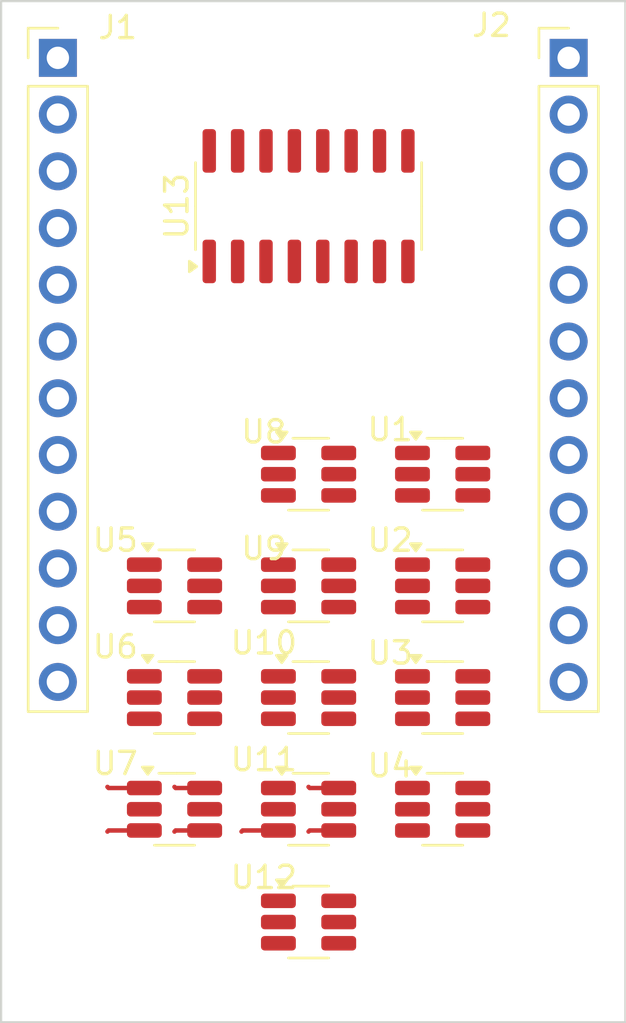
<source format=kicad_pcb>
(kicad_pcb (version 20240108) (generator "pcbnew") (generator_version "8.0")
  (layers (0 "F.Cu" signal) (1 "In1.Cu" signal) (2 "In2.Cu" signal) (31 "B.Cu" signal) (34 "B.Paste" user) (35 "F.Paste" user) (36 "B.SilkS" user "B.Silkscreen") (37 "F.SilkS" user "F.Silkscreen") (38 "B.Mask" user) (39 "F.Mask" user) (44 "Edge.Cuts" user))
  (net 0 "")
  (net 1 "VDD")
  (net 2 "GND")
  (net 27 "~{A}{slash}B")
  (net 28 "CLKP")
  (net 29 "~{RESET}")
  (net 30 "DS0_IN")
  (net 31 "DS0_OUT")
  (net 32 "DS1_OUT")
  (net 33 "DS1_IN")
  (net 34 "DS2_OUT")
  (net 35 "DS2_IN")
  (net 36 "DS3_OUT")
  (net 37 "DS3_IN")
  (net 38 "BOTTOM")
  (net 39 "DS0_CLKP")
  (net 40 "DS1_CLKP")
  (net 41 "DS2_CLKP")
  (net 42 "DS3_CLKP")
  (net 43 "DS0CLK_EN")
  (net 44 "DS1CLK_EN")
  (net 45 "DS2CLK_EN")
  (net 46 "DS3CLK_EN")
  (net 47 "DS4_CLKP")
  (net 48 "DS4CLK_EN")
  (footprint "Connector_PinHeader_2.54mm:PinHeader_1x12_P2.54mm_Vertical" (layer "F.Cu") (at 144.78 86.36)
    (property "Reference" "J1" (at 2.68 -1.36 0) (layer "F.SilkS"))
    (property "Value" "Conn_01x12" (hide yes))
    (fp_line (start -1.33 -1.33) (end 0 -1.33) (stroke (width 0.12)) (layer "F.SilkS"))
    (fp_line (start -1.33 0) (end -1.33 -1.33) (stroke (width 0.12)) (layer "F.SilkS"))
    (fp_line (start -1.33 1.27) (end -1.33 29.27) (stroke (width 0.12)) (layer "F.SilkS"))
    (fp_line (start -1.33 1.27) (end 1.33 1.27) (stroke (width 0.12)) (layer "F.SilkS"))
    (fp_line (start -1.33 29.27) (end 1.33 29.27) (stroke (width 0.12)) (layer "F.SilkS"))
    (fp_line (start 1.33 1.27) (end 1.33 29.27) (stroke (width 0.12)) (layer "F.SilkS"))
    (pad "1" thru_hole rect (at 0 0) (size 1.7 1.7) (drill 1) (layers "*.Cu" "*.Mask" "In1.Cu" "In2.Cu" "In3.Cu" "In4.Cu" "In5.Cu" "In6.Cu" "In7.Cu" "In8.Cu" "In9.Cu" "In10.Cu" "In11.Cu" "In12.Cu" "In13.Cu" "In14.Cu" "In15.Cu" "In16.Cu" "In17.Cu" "In18.Cu" "In19.Cu" "In20.Cu" "In21.Cu" "In22.Cu" "In23.Cu" "In24.Cu" "In25.Cu" "In26.Cu" "In27.Cu" "In28.Cu" "In29.Cu" "In30.Cu"))
    (pad "2" thru_hole oval (at 0 2.54) (size 1.7 1.7) (drill 1) (layers "*.Cu" "*.Mask" "In1.Cu" "In2.Cu" "In3.Cu" "In4.Cu" "In5.Cu" "In6.Cu" "In7.Cu" "In8.Cu" "In9.Cu" "In10.Cu" "In11.Cu" "In12.Cu" "In13.Cu" "In14.Cu" "In15.Cu" "In16.Cu" "In17.Cu" "In18.Cu" "In19.Cu" "In20.Cu" "In21.Cu" "In22.Cu" "In23.Cu" "In24.Cu" "In25.Cu" "In26.Cu" "In27.Cu" "In28.Cu" "In29.Cu" "In30.Cu"))
    (pad "3" thru_hole oval (at 0 5.08) (size 1.7 1.7) (drill 1) (layers "*.Cu" "*.Mask" "In1.Cu" "In2.Cu" "In3.Cu" "In4.Cu" "In5.Cu" "In6.Cu" "In7.Cu" "In8.Cu" "In9.Cu" "In10.Cu" "In11.Cu" "In12.Cu" "In13.Cu" "In14.Cu" "In15.Cu" "In16.Cu" "In17.Cu" "In18.Cu" "In19.Cu" "In20.Cu" "In21.Cu" "In22.Cu" "In23.Cu" "In24.Cu" "In25.Cu" "In26.Cu" "In27.Cu" "In28.Cu" "In29.Cu" "In30.Cu"))
    (pad "4" thru_hole oval (at 0 7.62) (size 1.7 1.7) (drill 1) (layers "*.Cu" "*.Mask" "In1.Cu" "In2.Cu" "In3.Cu" "In4.Cu" "In5.Cu" "In6.Cu" "In7.Cu" "In8.Cu" "In9.Cu" "In10.Cu" "In11.Cu" "In12.Cu" "In13.Cu" "In14.Cu" "In15.Cu" "In16.Cu" "In17.Cu" "In18.Cu" "In19.Cu" "In20.Cu" "In21.Cu" "In22.Cu" "In23.Cu" "In24.Cu" "In25.Cu" "In26.Cu" "In27.Cu" "In28.Cu" "In29.Cu" "In30.Cu"))
    (pad "5" thru_hole oval (at 0 10.16) (size 1.7 1.7) (drill 1) (layers "*.Cu" "*.Mask" "In1.Cu" "In2.Cu" "In3.Cu" "In4.Cu" "In5.Cu" "In6.Cu" "In7.Cu" "In8.Cu" "In9.Cu" "In10.Cu" "In11.Cu" "In12.Cu" "In13.Cu" "In14.Cu" "In15.Cu" "In16.Cu" "In17.Cu" "In18.Cu" "In19.Cu" "In20.Cu" "In21.Cu" "In22.Cu" "In23.Cu" "In24.Cu" "In25.Cu" "In26.Cu" "In27.Cu" "In28.Cu" "In29.Cu" "In30.Cu"))
    (pad "6" thru_hole oval (at 0 12.7) (size 1.7 1.7) (drill 1) (layers "*.Cu" "*.Mask" "In1.Cu" "In2.Cu" "In3.Cu" "In4.Cu" "In5.Cu" "In6.Cu" "In7.Cu" "In8.Cu" "In9.Cu" "In10.Cu" "In11.Cu" "In12.Cu" "In13.Cu" "In14.Cu" "In15.Cu" "In16.Cu" "In17.Cu" "In18.Cu" "In19.Cu" "In20.Cu" "In21.Cu" "In22.Cu" "In23.Cu" "In24.Cu" "In25.Cu" "In26.Cu" "In27.Cu" "In28.Cu" "In29.Cu" "In30.Cu"))
    (pad "7" thru_hole oval (at 0 15.24) (size 1.7 1.7) (drill 1) (layers "*.Cu" "*.Mask" "In1.Cu" "In2.Cu" "In3.Cu" "In4.Cu" "In5.Cu" "In6.Cu" "In7.Cu" "In8.Cu" "In9.Cu" "In10.Cu" "In11.Cu" "In12.Cu" "In13.Cu" "In14.Cu" "In15.Cu" "In16.Cu" "In17.Cu" "In18.Cu" "In19.Cu" "In20.Cu" "In21.Cu" "In22.Cu" "In23.Cu" "In24.Cu" "In25.Cu" "In26.Cu" "In27.Cu" "In28.Cu" "In29.Cu" "In30.Cu"))
    (pad "8" thru_hole oval (at 0 17.78) (size 1.7 1.7) (drill 1) (layers "*.Cu" "*.Mask" "In1.Cu" "In2.Cu" "In3.Cu" "In4.Cu" "In5.Cu" "In6.Cu" "In7.Cu" "In8.Cu" "In9.Cu" "In10.Cu" "In11.Cu" "In12.Cu" "In13.Cu" "In14.Cu" "In15.Cu" "In16.Cu" "In17.Cu" "In18.Cu" "In19.Cu" "In20.Cu" "In21.Cu" "In22.Cu" "In23.Cu" "In24.Cu" "In25.Cu" "In26.Cu" "In27.Cu" "In28.Cu" "In29.Cu" "In30.Cu"))
    (pad "9" thru_hole oval (at 0 20.32) (size 1.7 1.7) (drill 1) (layers "*.Cu" "*.Mask" "In1.Cu" "In2.Cu" "In3.Cu" "In4.Cu" "In5.Cu" "In6.Cu" "In7.Cu" "In8.Cu" "In9.Cu" "In10.Cu" "In11.Cu" "In12.Cu" "In13.Cu" "In14.Cu" "In15.Cu" "In16.Cu" "In17.Cu" "In18.Cu" "In19.Cu" "In20.Cu" "In21.Cu" "In22.Cu" "In23.Cu" "In24.Cu" "In25.Cu" "In26.Cu" "In27.Cu" "In28.Cu" "In29.Cu" "In30.Cu"))
    (pad "10" thru_hole oval (at 0 22.86) (size 1.7 1.7) (drill 1) (layers "*.Cu" "*.Mask" "In1.Cu" "In2.Cu" "In3.Cu" "In4.Cu" "In5.Cu" "In6.Cu" "In7.Cu" "In8.Cu" "In9.Cu" "In10.Cu" "In11.Cu" "In12.Cu" "In13.Cu" "In14.Cu" "In15.Cu" "In16.Cu" "In17.Cu" "In18.Cu" "In19.Cu" "In20.Cu" "In21.Cu" "In22.Cu" "In23.Cu" "In24.Cu" "In25.Cu" "In26.Cu" "In27.Cu" "In28.Cu" "In29.Cu" "In30.Cu"))
    (pad "11" thru_hole oval (at 0 25.4) (size 1.7 1.7) (drill 1) (layers "*.Cu" "*.Mask" "In1.Cu" "In2.Cu" "In3.Cu" "In4.Cu" "In5.Cu" "In6.Cu" "In7.Cu" "In8.Cu" "In9.Cu" "In10.Cu" "In11.Cu" "In12.Cu" "In13.Cu" "In14.Cu" "In15.Cu" "In16.Cu" "In17.Cu" "In18.Cu" "In19.Cu" "In20.Cu" "In21.Cu" "In22.Cu" "In23.Cu" "In24.Cu" "In25.Cu" "In26.Cu" "In27.Cu" "In28.Cu" "In29.Cu" "In30.Cu"))
    (pad "12" thru_hole oval (at 0 27.94) (size 1.7 1.7) (drill 1) (layers "*.Cu" "*.Mask" "In1.Cu" "In2.Cu" "In3.Cu" "In4.Cu" "In5.Cu" "In6.Cu" "In7.Cu" "In8.Cu" "In9.Cu" "In10.Cu" "In11.Cu" "In12.Cu" "In13.Cu" "In14.Cu" "In15.Cu" "In16.Cu" "In17.Cu" "In18.Cu" "In19.Cu" "In20.Cu" "In21.Cu" "In22.Cu" "In23.Cu" "In24.Cu" "In25.Cu" "In26.Cu" "In27.Cu" "In28.Cu" "In29.Cu" "In30.Cu"))
  )
  (footprint "Connector_PinHeader_2.54mm:PinHeader_1x12_P2.54mm_Vertical" (layer "F.Cu") (at 167.64 86.36)
    (property "Reference" "J2" (at -3.45 -1.46 0) (layer "F.SilkS"))
    (property "Value" "Conn_01x12" (hide yes))
    (fp_line (start -1.33 -1.33) (end 0 -1.33) (stroke (width 0.12)) (layer "F.SilkS"))
    (fp_line (start -1.33 0) (end -1.33 -1.33) (stroke (width 0.12)) (layer "F.SilkS"))
    (fp_line (start -1.33 1.27) (end -1.33 29.27) (stroke (width 0.12)) (layer "F.SilkS"))
    (fp_line (start -1.33 1.27) (end 1.33 1.27) (stroke (width 0.12)) (layer "F.SilkS"))
    (fp_line (start -1.33 29.27) (end 1.33 29.27) (stroke (width 0.12)) (layer "F.SilkS"))
    (fp_line (start 1.33 1.27) (end 1.33 29.27) (stroke (width 0.12)) (layer "F.SilkS"))
    (pad "1" thru_hole rect (at 0 0) (size 1.7 1.7) (drill 1) (layers "*.Cu" "*.Mask" "In1.Cu" "In2.Cu" "In3.Cu" "In4.Cu" "In5.Cu" "In6.Cu" "In7.Cu" "In8.Cu" "In9.Cu" "In10.Cu" "In11.Cu" "In12.Cu" "In13.Cu" "In14.Cu" "In15.Cu" "In16.Cu" "In17.Cu" "In18.Cu" "In19.Cu" "In20.Cu" "In21.Cu" "In22.Cu" "In23.Cu" "In24.Cu" "In25.Cu" "In26.Cu" "In27.Cu" "In28.Cu" "In29.Cu" "In30.Cu"))
    (pad "2" thru_hole oval (at 0 2.54) (size 1.7 1.7) (drill 1) (layers "*.Cu" "*.Mask" "In1.Cu" "In2.Cu" "In3.Cu" "In4.Cu" "In5.Cu" "In6.Cu" "In7.Cu" "In8.Cu" "In9.Cu" "In10.Cu" "In11.Cu" "In12.Cu" "In13.Cu" "In14.Cu" "In15.Cu" "In16.Cu" "In17.Cu" "In18.Cu" "In19.Cu" "In20.Cu" "In21.Cu" "In22.Cu" "In23.Cu" "In24.Cu" "In25.Cu" "In26.Cu" "In27.Cu" "In28.Cu" "In29.Cu" "In30.Cu"))
    (pad "3" thru_hole oval (at 0 5.08) (size 1.7 1.7) (drill 1) (layers "*.Cu" "*.Mask" "In1.Cu" "In2.Cu" "In3.Cu" "In4.Cu" "In5.Cu" "In6.Cu" "In7.Cu" "In8.Cu" "In9.Cu" "In10.Cu" "In11.Cu" "In12.Cu" "In13.Cu" "In14.Cu" "In15.Cu" "In16.Cu" "In17.Cu" "In18.Cu" "In19.Cu" "In20.Cu" "In21.Cu" "In22.Cu" "In23.Cu" "In24.Cu" "In25.Cu" "In26.Cu" "In27.Cu" "In28.Cu" "In29.Cu" "In30.Cu"))
    (pad "4" thru_hole oval (at 0 7.62) (size 1.7 1.7) (drill 1) (layers "*.Cu" "*.Mask" "In1.Cu" "In2.Cu" "In3.Cu" "In4.Cu" "In5.Cu" "In6.Cu" "In7.Cu" "In8.Cu" "In9.Cu" "In10.Cu" "In11.Cu" "In12.Cu" "In13.Cu" "In14.Cu" "In15.Cu" "In16.Cu" "In17.Cu" "In18.Cu" "In19.Cu" "In20.Cu" "In21.Cu" "In22.Cu" "In23.Cu" "In24.Cu" "In25.Cu" "In26.Cu" "In27.Cu" "In28.Cu" "In29.Cu" "In30.Cu"))
    (pad "5" thru_hole oval (at 0 10.16) (size 1.7 1.7) (drill 1) (layers "*.Cu" "*.Mask" "In1.Cu" "In2.Cu" "In3.Cu" "In4.Cu" "In5.Cu" "In6.Cu" "In7.Cu" "In8.Cu" "In9.Cu" "In10.Cu" "In11.Cu" "In12.Cu" "In13.Cu" "In14.Cu" "In15.Cu" "In16.Cu" "In17.Cu" "In18.Cu" "In19.Cu" "In20.Cu" "In21.Cu" "In22.Cu" "In23.Cu" "In24.Cu" "In25.Cu" "In26.Cu" "In27.Cu" "In28.Cu" "In29.Cu" "In30.Cu"))
    (pad "6" thru_hole oval (at 0 12.7) (size 1.7 1.7) (drill 1) (layers "*.Cu" "*.Mask" "In1.Cu" "In2.Cu" "In3.Cu" "In4.Cu" "In5.Cu" "In6.Cu" "In7.Cu" "In8.Cu" "In9.Cu" "In10.Cu" "In11.Cu" "In12.Cu" "In13.Cu" "In14.Cu" "In15.Cu" "In16.Cu" "In17.Cu" "In18.Cu" "In19.Cu" "In20.Cu" "In21.Cu" "In22.Cu" "In23.Cu" "In24.Cu" "In25.Cu" "In26.Cu" "In27.Cu" "In28.Cu" "In29.Cu" "In30.Cu"))
    (pad "7" thru_hole oval (at 0 15.24) (size 1.7 1.7) (drill 1) (layers "*.Cu" "*.Mask" "In1.Cu" "In2.Cu" "In3.Cu" "In4.Cu" "In5.Cu" "In6.Cu" "In7.Cu" "In8.Cu" "In9.Cu" "In10.Cu" "In11.Cu" "In12.Cu" "In13.Cu" "In14.Cu" "In15.Cu" "In16.Cu" "In17.Cu" "In18.Cu" "In19.Cu" "In20.Cu" "In21.Cu" "In22.Cu" "In23.Cu" "In24.Cu" "In25.Cu" "In26.Cu" "In27.Cu" "In28.Cu" "In29.Cu" "In30.Cu"))
    (pad "8" thru_hole oval (at 0 17.78) (size 1.7 1.7) (drill 1) (layers "*.Cu" "*.Mask" "In1.Cu" "In2.Cu" "In3.Cu" "In4.Cu" "In5.Cu" "In6.Cu" "In7.Cu" "In8.Cu" "In9.Cu" "In10.Cu" "In11.Cu" "In12.Cu" "In13.Cu" "In14.Cu" "In15.Cu" "In16.Cu" "In17.Cu" "In18.Cu" "In19.Cu" "In20.Cu" "In21.Cu" "In22.Cu" "In23.Cu" "In24.Cu" "In25.Cu" "In26.Cu" "In27.Cu" "In28.Cu" "In29.Cu" "In30.Cu"))
    (pad "9" thru_hole oval (at 0 20.32) (size 1.7 1.7) (drill 1) (layers "*.Cu" "*.Mask" "In1.Cu" "In2.Cu" "In3.Cu" "In4.Cu" "In5.Cu" "In6.Cu" "In7.Cu" "In8.Cu" "In9.Cu" "In10.Cu" "In11.Cu" "In12.Cu" "In13.Cu" "In14.Cu" "In15.Cu" "In16.Cu" "In17.Cu" "In18.Cu" "In19.Cu" "In20.Cu" "In21.Cu" "In22.Cu" "In23.Cu" "In24.Cu" "In25.Cu" "In26.Cu" "In27.Cu" "In28.Cu" "In29.Cu" "In30.Cu"))
    (pad "10" thru_hole oval (at 0 22.86) (size 1.7 1.7) (drill 1) (layers "*.Cu" "*.Mask" "In1.Cu" "In2.Cu" "In3.Cu" "In4.Cu" "In5.Cu" "In6.Cu" "In7.Cu" "In8.Cu" "In9.Cu" "In10.Cu" "In11.Cu" "In12.Cu" "In13.Cu" "In14.Cu" "In15.Cu" "In16.Cu" "In17.Cu" "In18.Cu" "In19.Cu" "In20.Cu" "In21.Cu" "In22.Cu" "In23.Cu" "In24.Cu" "In25.Cu" "In26.Cu" "In27.Cu" "In28.Cu" "In29.Cu" "In30.Cu"))
    (pad "11" thru_hole oval (at 0 25.4) (size 1.7 1.7) (drill 1) (layers "*.Cu" "*.Mask" "In1.Cu" "In2.Cu" "In3.Cu" "In4.Cu" "In5.Cu" "In6.Cu" "In7.Cu" "In8.Cu" "In9.Cu" "In10.Cu" "In11.Cu" "In12.Cu" "In13.Cu" "In14.Cu" "In15.Cu" "In16.Cu" "In17.Cu" "In18.Cu" "In19.Cu" "In20.Cu" "In21.Cu" "In22.Cu" "In23.Cu" "In24.Cu" "In25.Cu" "In26.Cu" "In27.Cu" "In28.Cu" "In29.Cu" "In30.Cu"))
    (pad "12" thru_hole oval (at 0 27.94) (size 1.7 1.7) (drill 1) (layers "*.Cu" "*.Mask" "In1.Cu" "In2.Cu" "In3.Cu" "In4.Cu" "In5.Cu" "In6.Cu" "In7.Cu" "In8.Cu" "In9.Cu" "In10.Cu" "In11.Cu" "In12.Cu" "In13.Cu" "In14.Cu" "In15.Cu" "In16.Cu" "In17.Cu" "In18.Cu" "In19.Cu" "In20.Cu" "In21.Cu" "In22.Cu" "In23.Cu" "In24.Cu" "In25.Cu" "In26.Cu" "In27.Cu" "In28.Cu" "In29.Cu" "In30.Cu"))
  )
  (footprint "Package_TO_SOT_SMD:SOT-23-6_Handsoldering" (layer "F.Cu") (at 162 120)
    (property "Reference" "U4" (at -2.35 -1.95 0) (layer "F.SilkS"))
    (property "Value" "74LVC1G175" (hide yes))
    (fp_line (start -0.9 1.61) (end 0.9 1.61) (stroke (width 0.12)) (layer "F.SilkS"))
    (fp_line (start 0.1 -1.61) (end -0.7 -1.61) (stroke (width 0.12)) (layer "F.SilkS"))
    (fp_line (start 0.1 -1.61) (end 0.9 -1.61) (stroke (width 0.12)) (layer "F.SilkS"))
    (fp_poly (pts (xy -1.2 -1.56) (xy -1.44 -1.89) (xy -0.96 -1.89) (xy -1.2 -1.56)) (stroke (width 0.12)) (fill solid) (layer "F.SilkS"))
    (pad "1" smd roundrect (at -1.35 -0.95) (size 1.56 0.65) (layers "F.Cu" "F.Paste" "F.Mask") (net 42 "DS3_CLKP"))
    (pad "2" smd roundrect (at -1.35 0) (size 1.56 0.65) (layers "F.Cu" "F.Paste" "F.Mask") (net 2 "GND"))
    (pad "3" smd roundrect (at -1.35 0.95) (size 1.56 0.65) (layers "F.Cu" "F.Paste" "F.Mask") (net 37 "DS3_IN"))
    (pad "4" smd roundrect (at 1.35 0.95) (size 1.56 0.65) (layers "F.Cu" "F.Paste" "F.Mask") (net 36 "DS3_OUT"))
    (pad "5" smd roundrect (at 1.35 0) (size 1.56 0.65) (layers "F.Cu" "F.Paste" "F.Mask") (net 1 "VDD"))
    (pad "6" smd roundrect (at 1.35 -0.95) (size 1.56 0.65) (layers "F.Cu" "F.Paste" "F.Mask") (net 29 "~{RESET}"))
  )
  (footprint "Package_TO_SOT_SMD:SOT-23-6_Handsoldering" (layer "F.Cu") (at 150 115)
    (property "Reference" "U6" (at -2.65 -2.275 0) (layer "F.SilkS"))
    (property "Value" "74LVC1G97" (hide yes))
    (fp_line (start -0.9 1.61) (end 0.9 1.61) (stroke (width 0.12)) (layer "F.SilkS"))
    (fp_line (start 0.1 -1.61) (end -0.7 -1.61) (stroke (width 0.12)) (layer "F.SilkS"))
    (fp_line (start 0.1 -1.61) (end 0.9 -1.61) (stroke (width 0.12)) (layer "F.SilkS"))
    (fp_poly (pts (xy -1.2 -1.56) (xy -1.44 -1.89) (xy -0.96 -1.89) (xy -1.2 -1.56)) (stroke (width 0.12)) (fill solid) (layer "F.SilkS"))
    (pad "1" smd roundrect (at -1.35 -0.95) (size 1.56 0.65) (layers "F.Cu" "F.Paste" "F.Mask") (net 36 "DS3_OUT"))
    (pad "2" smd roundrect (at -1.35 0) (size 1.56 0.65) (layers "F.Cu" "F.Paste" "F.Mask") (net 2 "GND"))
    (pad "3" smd roundrect (at -1.35 0.95) (size 1.56 0.65) (layers "F.Cu" "F.Paste" "F.Mask") (net 32 "DS1_OUT"))
    (pad "4" smd roundrect (at 1.35 0.95) (size 1.56 0.65) (layers "F.Cu" "F.Paste" "F.Mask") (net 35 "DS2_IN"))
    (pad "5" smd roundrect (at 1.35 0) (size 1.56 0.65) (layers "F.Cu" "F.Paste" "F.Mask") (net 1 "VDD"))
    (pad "6" smd roundrect (at 1.35 -0.95) (size 1.56 0.65) (layers "F.Cu" "F.Paste" "F.Mask") (net 27 "~{A}{slash}B"))
  )
  (footprint "Package_TO_SOT_SMD:SOT-23-6_Handsoldering" (layer "F.Cu") (at 156 125.05)
    (property "Reference" "U12" (at -2 -2 0) (layer "F.SilkS"))
    (property "Value" "74LVC1G97" (hide yes))
    (fp_line (start -0.9 1.61) (end 0.9 1.61) (stroke (width 0.12)) (layer "F.SilkS"))
    (fp_line (start 0.1 -1.61) (end -0.7 -1.61) (stroke (width 0.12)) (layer "F.SilkS"))
    (fp_line (start 0.1 -1.61) (end 0.9 -1.61) (stroke (width 0.12)) (layer "F.SilkS"))
    (fp_poly (pts (xy -1.2 -1.56) (xy -1.44 -1.89) (xy -0.96 -1.89) (xy -1.2 -1.56)) (stroke (width 0.12)) (fill solid) (layer "F.SilkS"))
    (pad "1" smd roundrect (at -1.35 -0.95) (size 1.56 0.65) (layers "F.Cu" "F.Paste" "F.Mask") (net 2 "GND"))
    (pad "2" smd roundrect (at -1.35 0) (size 1.56 0.65) (layers "F.Cu" "F.Paste" "F.Mask") (net 2 "GND"))
    (pad "3" smd roundrect (at -1.35 0.95) (size 1.56 0.65) (layers "F.Cu" "F.Paste" "F.Mask") (net 48 "DS4CLK_EN"))
    (pad "4" smd roundrect (at 1.35 0.95) (size 1.56 0.65) (layers "F.Cu" "F.Paste" "F.Mask") (net 47 "DS4_CLKP"))
    (pad "5" smd roundrect (at 1.35 0) (size 1.56 0.65) (layers "F.Cu" "F.Paste" "F.Mask") (net 1 "VDD"))
    (pad "6" smd roundrect (at 1.35 -0.95) (size 1.56 0.65) (layers "F.Cu" "F.Paste" "F.Mask") (net 28 "CLKP"))
  )
  (footprint "Package_TO_SOT_SMD:SOT-23-6_Handsoldering" (layer "F.Cu") (at 150 110)
    (property "Reference" "U5" (at -2.65 -2.05 0) (layer "F.SilkS"))
    (property "Value" "74LVC1G97" (hide yes))
    (fp_line (start -0.9 1.61) (end 0.9 1.61) (stroke (width 0.12)) (layer "F.SilkS"))
    (fp_line (start 0.1 -1.61) (end -0.7 -1.61) (stroke (width 0.12)) (layer "F.SilkS"))
    (fp_line (start 0.1 -1.61) (end 0.9 -1.61) (stroke (width 0.12)) (layer "F.SilkS"))
    (fp_poly (pts (xy -1.2 -1.56) (xy -1.44 -1.89) (xy -0.96 -1.89) (xy -1.2 -1.56)) (stroke (width 0.12)) (fill solid) (layer "F.SilkS"))
    (pad "1" smd roundrect (at -1.35 -0.95) (size 1.56 0.65) (layers "F.Cu" "F.Paste" "F.Mask") (net 34 "DS2_OUT"))
    (pad "2" smd roundrect (at -1.35 0) (size 1.56 0.65) (layers "F.Cu" "F.Paste" "F.Mask") (net 2 "GND"))
    (pad "3" smd roundrect (at -1.35 0.95) (size 1.56 0.65) (layers "F.Cu" "F.Paste" "F.Mask") (net 31 "DS0_OUT"))
    (pad "4" smd roundrect (at 1.35 0.95) (size 1.56 0.65) (layers "F.Cu" "F.Paste" "F.Mask") (net 33 "DS1_IN"))
    (pad "5" smd roundrect (at 1.35 0) (size 1.56 0.65) (layers "F.Cu" "F.Paste" "F.Mask") (net 1 "VDD"))
    (pad "6" smd roundrect (at 1.35 -0.95) (size 1.56 0.65) (layers "F.Cu" "F.Paste" "F.Mask") (net 27 "~{A}{slash}B"))
  )
  (footprint "Package_SO:SOIC-16_3.9x9.9mm_P1.27mm" (layer "F.Cu") (at 156 93 90)
    (property "Reference" "U13" (at 0 -5.9 90) (layer "F.SilkS"))
    (property "Value" "74151")
    (fp_line (start 0 -5.06) (end 1.95 -5.06) (stroke (width 0.12)) (layer "F.SilkS"))
    (fp_line (start 0 -5.06) (end -1.95 -5.06) (stroke (width 0.12)) (layer "F.SilkS"))
    (fp_line (start 0 5.06) (end 1.95 5.06) (stroke (width 0.12)) (layer "F.SilkS"))
    (fp_line (start 0 5.06) (end -1.95 5.06) (stroke (width 0.12)) (layer "F.SilkS"))
    (fp_poly (pts (xy -2.7 -5.005) (xy -2.94 -5.335) (xy -2.46 -5.335) (xy -2.7 -5.005)) (stroke (width 0.12)) (fill solid) (layer "F.SilkS"))
    (pad "1" smd roundrect (at -2.475 -4.445 90) (size 1.95 0.6) (layers "F.Cu" "F.Paste" "F.Mask") (net 36 "DS3_OUT"))
    (pad "2" smd roundrect (at -2.475 -3.175 90) (size 1.95 0.6) (layers "F.Cu" "F.Paste" "F.Mask") (net 34 "DS2_OUT"))
    (pad "3" smd roundrect (at -2.475 -1.905 90) (size 1.95 0.6) (layers "F.Cu" "F.Paste" "F.Mask") (net 32 "DS1_OUT"))
    (pad "4" smd roundrect (at -2.475 -0.635 90) (size 1.95 0.6) (layers "F.Cu" "F.Paste" "F.Mask") (net 31 "DS0_OUT"))
    (pad "5" smd roundrect (at -2.475 0.635 90) (size 1.95 0.6) (layers "F.Cu" "F.Paste" "F.Mask") (net 30 "DS0_IN"))
    (pad "6" smd roundrect (at -2.475 1.905 90) (size 1.95 0.6) (layers "F.Cu" "F.Paste" "F.Mask"))
    (pad "7" smd roundrect (at -2.475 3.175 90) (size 1.95 0.6) (layers "F.Cu" "F.Paste" "F.Mask"))
    (pad "8" smd roundrect (at -2.475 4.445 90) (size 1.95 0.6) (layers "F.Cu" "F.Paste" "F.Mask") (net 2 "GND"))
    (pad "9" smd roundrect (at 2.475 4.445 90) (size 1.95 0.6) (layers "F.Cu" "F.Paste" "F.Mask"))
    (pad "10" smd roundrect (at 2.475 3.175 90) (size 1.95 0.6) (layers "F.Cu" "F.Paste" "F.Mask"))
    (pad "11" smd roundrect (at 2.475 1.905 90) (size 1.95 0.6) (layers "F.Cu" "F.Paste" "F.Mask"))
    (pad "12" smd roundrect (at 2.475 0.635 90) (size 1.95 0.6) (layers "F.Cu" "F.Paste" "F.Mask"))
    (pad "13" smd roundrect (at 2.475 -0.635 90) (size 1.95 0.6) (layers "F.Cu" "F.Paste" "F.Mask"))
    (pad "14" smd roundrect (at 2.475 -1.905 90) (size 1.95 0.6) (layers "F.Cu" "F.Paste" "F.Mask"))
    (pad "15" smd roundrect (at 2.475 -3.175 90) (size 1.95 0.6) (layers "F.Cu" "F.Paste" "F.Mask"))
    (pad "16" smd roundrect (at 2.475 -4.445 90) (size 1.95 0.6) (layers "F.Cu" "F.Paste" "F.Mask") (net 1 "VDD"))
  )
  (footprint "Package_TO_SOT_SMD:SOT-23-6_Handsoldering" (layer "F.Cu") (at 162 110)
    (property "Reference" "U2" (at -2.35 -2.05 0) (layer "F.SilkS"))
    (property "Value" "74LVC1G175" (hide yes))
    (fp_line (start -0.9 1.61) (end 0.9 1.61) (stroke (width 0.12)) (layer "F.SilkS"))
    (fp_line (start 0.1 -1.61) (end -0.7 -1.61) (stroke (width 0.12)) (layer "F.SilkS"))
    (fp_line (start 0.1 -1.61) (end 0.9 -1.61) (stroke (width 0.12)) (layer "F.SilkS"))
    (fp_poly (pts (xy -1.2 -1.56) (xy -1.44 -1.89) (xy -0.96 -1.89) (xy -1.2 -1.56)) (stroke (width 0.12)) (fill solid) (layer "F.SilkS"))
    (pad "1" smd roundrect (at -1.35 -0.95) (size 1.56 0.65) (layers "F.Cu" "F.Paste" "F.Mask") (net 40 "DS1_CLKP"))
    (pad "2" smd roundrect (at -1.35 0) (size 1.56 0.65) (layers "F.Cu" "F.Paste" "F.Mask") (net 2 "GND"))
    (pad "3" smd roundrect (at -1.35 0.95) (size 1.56 0.65) (layers "F.Cu" "F.Paste" "F.Mask") (net 33 "DS1_IN"))
    (pad "4" smd roundrect (at 1.35 0.95) (size 1.56 0.65) (layers "F.Cu" "F.Paste" "F.Mask") (net 32 "DS1_OUT"))
    (pad "5" smd roundrect (at 1.35 0) (size 1.56 0.65) (layers "F.Cu" "F.Paste" "F.Mask") (net 1 "VDD"))
    (pad "6" smd roundrect (at 1.35 -0.95) (size 1.56 0.65) (layers "F.Cu" "F.Paste" "F.Mask") (net 29 "~{RESET}"))
  )
  (footprint "Package_TO_SOT_SMD:SOT-23-6_Handsoldering" (layer "F.Cu") (at 156 120)
    (property "Reference" "U11" (at -2 -2.225 0) (layer "F.SilkS"))
    (property "Value" "74LVC1G97" (hide yes))
    (fp_line (start -0.9 1.61) (end 0.9 1.61) (stroke (width 0.12)) (layer "F.SilkS"))
    (fp_line (start 0.1 -1.61) (end -0.7 -1.61) (stroke (width 0.12)) (layer "F.SilkS"))
    (fp_line (start 0.1 -1.61) (end 0.9 -1.61) (stroke (width 0.12)) (layer "F.SilkS"))
    (fp_poly (pts (xy -1.2 -1.56) (xy -1.44 -1.89) (xy -0.96 -1.89) (xy -1.2 -1.56)) (stroke (width 0.12)) (fill solid) (layer "F.SilkS"))
    (pad "1" smd roundrect (at -1.35 -0.95) (size 1.56 0.65) (layers "F.Cu" "F.Paste" "F.Mask") (net 2 "GND"))
    (pad "2" smd roundrect (at -1.35 0) (size 1.56 0.65) (layers "F.Cu" "F.Paste" "F.Mask") (net 2 "GND"))
    (pad "3" smd roundrect (at -1.35 0.95) (size 1.56 0.65) (layers "F.Cu" "F.Paste" "F.Mask") (net 46 "DS3CLK_EN"))
    (pad "4" smd roundrect (at 1.35 0.95) (size 1.56 0.65) (layers "F.Cu" "F.Paste" "F.Mask") (net 42 "DS3_CLKP"))
    (pad "5" smd roundrect (at 1.35 0) (size 1.56 0.65) (layers "F.Cu" "F.Paste" "F.Mask") (net 1 "VDD"))
    (pad "6" smd roundrect (at 1.35 -0.95) (size 1.56 0.65) (layers "F.Cu" "F.Paste" "F.Mask") (net 28 "CLKP"))
  )
  (footprint "Package_TO_SOT_SMD:SOT-23-6_Handsoldering" (layer "F.Cu") (at 162 115)
    (property "Reference" "U3" (at -2.35 -2 0) (layer "F.SilkS"))
    (property "Value" "74LVC1G175" (hide yes))
    (fp_line (start -0.9 1.61) (end 0.9 1.61) (stroke (width 0.12)) (layer "F.SilkS"))
    (fp_line (start 0.1 -1.61) (end -0.7 -1.61) (stroke (width 0.12)) (layer "F.SilkS"))
    (fp_line (start 0.1 -1.61) (end 0.9 -1.61) (stroke (width 0.12)) (layer "F.SilkS"))
    (fp_poly (pts (xy -1.2 -1.56) (xy -1.44 -1.89) (xy -0.96 -1.89) (xy -1.2 -1.56)) (stroke (width 0.12)) (fill solid) (layer "F.SilkS"))
    (pad "1" smd roundrect (at -1.35 -0.95) (size 1.56 0.65) (layers "F.Cu" "F.Paste" "F.Mask") (net 41 "DS2_CLKP"))
    (pad "2" smd roundrect (at -1.35 0) (size 1.56 0.65) (layers "F.Cu" "F.Paste" "F.Mask") (net 2 "GND"))
    (pad "3" smd roundrect (at -1.35 0.95) (size 1.56 0.65) (layers "F.Cu" "F.Paste" "F.Mask") (net 35 "DS2_IN"))
    (pad "4" smd roundrect (at 1.35 0.95) (size 1.56 0.65) (layers "F.Cu" "F.Paste" "F.Mask") (net 34 "DS2_OUT"))
    (pad "5" smd roundrect (at 1.35 0) (size 1.56 0.65) (layers "F.Cu" "F.Paste" "F.Mask") (net 1 "VDD"))
    (pad "6" smd roundrect (at 1.35 -0.95) (size 1.56 0.65) (layers "F.Cu" "F.Paste" "F.Mask") (net 29 "~{RESET}"))
  )
  (footprint "Package_TO_SOT_SMD:SOT-23-6_Handsoldering" (layer "F.Cu") (at 156 115)
    (property "Reference" "U10" (at -2 -2.45 0) (layer "F.SilkS"))
    (property "Value" "74LVC1G97" (hide yes))
    (fp_line (start -0.9 1.61) (end 0.9 1.61) (stroke (width 0.12)) (layer "F.SilkS"))
    (fp_line (start 0.1 -1.61) (end -0.7 -1.61) (stroke (width 0.12)) (layer "F.SilkS"))
    (fp_line (start 0.1 -1.61) (end 0.9 -1.61) (stroke (width 0.12)) (layer "F.SilkS"))
    (fp_poly (pts (xy -1.2 -1.56) (xy -1.44 -1.89) (xy -0.96 -1.89) (xy -1.2 -1.56)) (stroke (width 0.12)) (fill solid) (layer "F.SilkS"))
    (pad "1" smd roundrect (at -1.35 -0.95) (size 1.56 0.65) (layers "F.Cu" "F.Paste" "F.Mask") (net 2 "GND"))
    (pad "2" smd roundrect (at -1.35 0) (size 1.56 0.65) (layers "F.Cu" "F.Paste" "F.Mask") (net 2 "GND"))
    (pad "3" smd roundrect (at -1.35 0.95) (size 1.56 0.65) (layers "F.Cu" "F.Paste" "F.Mask") (net 45 "DS2CLK_EN"))
    (pad "4" smd roundrect (at 1.35 0.95) (size 1.56 0.65) (layers "F.Cu" "F.Paste" "F.Mask") (net 41 "DS2_CLKP"))
    (pad "5" smd roundrect (at 1.35 0) (size 1.56 0.65) (layers "F.Cu" "F.Paste" "F.Mask") (net 1 "VDD"))
    (pad "6" smd roundrect (at 1.35 -0.95) (size 1.56 0.65) (layers "F.Cu" "F.Paste" "F.Mask") (net 28 "CLKP"))
  )
  (footprint "Package_TO_SOT_SMD:SOT-23-6_Handsoldering" (layer "F.Cu") (at 156 105)
    (property "Reference" "U8" (at -2 -1.9 0) (layer "F.SilkS"))
    (property "Value" "74LVC1G97" (hide yes))
    (fp_line (start -0.9 1.61) (end 0.9 1.61) (stroke (width 0.12)) (layer "F.SilkS"))
    (fp_line (start 0.1 -1.61) (end -0.7 -1.61) (stroke (width 0.12)) (layer "F.SilkS"))
    (fp_line (start 0.1 -1.61) (end 0.9 -1.61) (stroke (width 0.12)) (layer "F.SilkS"))
    (fp_poly (pts (xy -1.2 -1.56) (xy -1.44 -1.89) (xy -0.96 -1.89) (xy -1.2 -1.56)) (stroke (width 0.12)) (fill solid) (layer "F.SilkS"))
    (pad "1" smd roundrect (at -1.35 -0.95) (size 1.56 0.65) (layers "F.Cu" "F.Paste" "F.Mask") (net 2 "GND"))
    (pad "2" smd roundrect (at -1.35 0) (size 1.56 0.65) (layers "F.Cu" "F.Paste" "F.Mask") (net 2 "GND"))
    (pad "3" smd roundrect (at -1.35 0.95) (size 1.56 0.65) (layers "F.Cu" "F.Paste" "F.Mask") (net 43 "DS0CLK_EN"))
    (pad "4" smd roundrect (at 1.35 0.95) (size 1.56 0.65) (layers "F.Cu" "F.Paste" "F.Mask") (net 39 "DS0_CLKP"))
    (pad "5" smd roundrect (at 1.35 0) (size 1.56 0.65) (layers "F.Cu" "F.Paste" "F.Mask") (net 1 "VDD"))
    (pad "6" smd roundrect (at 1.35 -0.95) (size 1.56 0.65) (layers "F.Cu" "F.Paste" "F.Mask") (net 28 "CLKP"))
  )
  (footprint "Package_TO_SOT_SMD:SOT-23-6_Handsoldering" (layer "F.Cu") (at 156 110)
    (property "Reference" "U9" (at -2 -1.675 0) (layer "F.SilkS"))
    (property "Value" "74LVC1G97" (hide yes))
    (fp_line (start -0.9 1.61) (end 0.9 1.61) (stroke (width 0.12)) (layer "F.SilkS"))
    (fp_line (start 0.1 -1.61) (end -0.7 -1.61) (stroke (width 0.12)) (layer "F.SilkS"))
    (fp_line (start 0.1 -1.61) (end 0.9 -1.61) (stroke (width 0.12)) (layer "F.SilkS"))
    (fp_poly (pts (xy -1.2 -1.56) (xy -1.44 -1.89) (xy -0.96 -1.89) (xy -1.2 -1.56)) (stroke (width 0.12)) (fill solid) (layer "F.SilkS"))
    (pad "1" smd roundrect (at -1.35 -0.95) (size 1.56 0.65) (layers "F.Cu" "F.Paste" "F.Mask") (net 2 "GND"))
    (pad "2" smd roundrect (at -1.35 0) (size 1.56 0.65) (layers "F.Cu" "F.Paste" "F.Mask") (net 2 "GND"))
    (pad "3" smd roundrect (at -1.35 0.95) (size 1.56 0.65) (layers "F.Cu" "F.Paste" "F.Mask") (net 44 "DS1CLK_EN"))
    (pad "4" smd roundrect (at 1.35 0.95) (size 1.56 0.65) (layers "F.Cu" "F.Paste" "F.Mask") (net 40 "DS1_CLKP"))
    (pad "5" smd roundrect (at 1.35 0) (size 1.56 0.65) (layers "F.Cu" "F.Paste" "F.Mask") (net 1 "VDD"))
    (pad "6" smd roundrect (at 1.35 -0.95) (size 1.56 0.65) (layers "F.Cu" "F.Paste" "F.Mask") (net 28 "CLKP"))
  )
  (footprint "Package_TO_SOT_SMD:SOT-23-6_Handsoldering" (layer "F.Cu") (at 162 105)
    (property "Reference" "U1" (at -2.35 -2 0) (layer "F.SilkS"))
    (property "Value" "74LVC1G175" (hide yes))
    (fp_line (start -0.9 1.61) (end 0.9 1.61) (stroke (width 0.12)) (layer "F.SilkS"))
    (fp_line (start 0.1 -1.61) (end -0.7 -1.61) (stroke (width 0.12)) (layer "F.SilkS"))
    (fp_line (start 0.1 -1.61) (end 0.9 -1.61) (stroke (width 0.12)) (layer "F.SilkS"))
    (fp_poly (pts (xy -1.2 -1.56) (xy -1.44 -1.89) (xy -0.96 -1.89) (xy -1.2 -1.56)) (stroke (width 0.12)) (fill solid) (layer "F.SilkS"))
    (pad "1" smd roundrect (at -1.35 -0.95) (size 1.56 0.65) (layers "F.Cu" "F.Paste" "F.Mask") (net 39 "DS0_CLKP"))
    (pad "2" smd roundrect (at -1.35 0) (size 1.56 0.65) (layers "F.Cu" "F.Paste" "F.Mask") (net 2 "GND"))
    (pad "3" smd roundrect (at -1.35 0.95) (size 1.56 0.65) (layers "F.Cu" "F.Paste" "F.Mask") (net 30 "DS0_IN"))
    (pad "4" smd roundrect (at 1.35 0.95) (size 1.56 0.65) (layers "F.Cu" "F.Paste" "F.Mask") (net 31 "DS0_OUT"))
    (pad "5" smd roundrect (at 1.35 0) (size 1.56 0.65) (layers "F.Cu" "F.Paste" "F.Mask") (net 1 "VDD"))
    (pad "6" smd roundrect (at 1.35 -0.95) (size 1.56 0.65) (layers "F.Cu" "F.Paste" "F.Mask") (net 29 "~{RESET}"))
  )
  (footprint "Package_TO_SOT_SMD:SOT-23-6_Handsoldering" (layer "F.Cu") (at 150 120)
    (property "Reference" "U7" (at -2.65 -2.05 0) (layer "F.SilkS"))
    (property "Value" "74LVC1G97" (hide yes))
    (fp_line (start -0.9 1.61) (end 0.9 1.61) (stroke (width 0.12)) (layer "F.SilkS"))
    (fp_line (start 0.1 -1.61) (end -0.7 -1.61) (stroke (width 0.12)) (layer "F.SilkS"))
    (fp_line (start 0.1 -1.61) (end 0.9 -1.61) (stroke (width 0.12)) (layer "F.SilkS"))
    (fp_poly (pts (xy -1.2 -1.56) (xy -1.44 -1.89) (xy -0.96 -1.89) (xy -1.2 -1.56)) (stroke (width 0.12)) (fill solid) (layer "F.SilkS"))
    (pad "1" smd roundrect (at -1.35 -0.95) (size 1.56 0.65) (layers "F.Cu" "F.Paste" "F.Mask") (net 38 "BOTTOM"))
    (pad "2" smd roundrect (at -1.35 0) (size 1.56 0.65) (layers "F.Cu" "F.Paste" "F.Mask") (net 2 "GND"))
    (pad "3" smd roundrect (at -1.35 0.95) (size 1.56 0.65) (layers "F.Cu" "F.Paste" "F.Mask") (net 34 "DS2_OUT"))
    (pad "4" smd roundrect (at 1.35 0.95) (size 1.56 0.65) (layers "F.Cu" "F.Paste" "F.Mask") (net 37 "DS3_IN"))
    (pad "5" smd roundrect (at 1.35 0) (size 1.56 0.65) (layers "F.Cu" "F.Paste" "F.Mask") (net 1 "VDD"))
    (pad "6" smd roundrect (at 1.35 -0.95) (size 1.56 0.65) (layers "F.Cu" "F.Paste" "F.Mask") (net 27 "~{A}{slash}B"))
  )
  (gr_rect (start 142.24 83.82) (end 170.18 129.54) (stroke (width 0.1)) (fill none) (layer "Edge.Cuts"))
  (segment (start 150.05 119.05) (end 150 119) (width 0.2) (layer "F.Cu") (net 27))
  (segment (start 151.35 119.05) (end 150.05 119.05) (width 0.2) (layer "F.Cu") (net 27))
  (segment (start 157.35 119.05) (end 156.05 119.05) (width 0.2) (layer "F.Cu") (net 28))
  (segment (start 156.05 119.05) (end 156 119) (width 0.2) (layer "F.Cu") (net 28))
  (segment (start 147 121) (end 147.05 120.95) (width 0.2) (layer "F.Cu") (net 34))
  (segment (start 148.65 120.95) (end 147.05 120.95) (width 0.2) (layer "F.Cu") (net 34))
  (segment (start 150 121) (end 150.05 120.95) (width 0.2) (layer "F.Cu") (net 37))
  (segment (start 151.35 120.95) (end 150.05 120.95) (width 0.2) (layer "F.Cu") (net 37))
  (segment (start 147.05 119.05) (end 147 119) (width 0.2) (layer "F.Cu") (net 38))
  (segment (start 148.65 119.05) (end 147.05 119.05) (width 0.2) (layer "F.Cu") (net 38))
  (segment (start 157.35 120.95) (end 156.05 120.95) (width 0.2) (layer "F.Cu") (net 42))
  (segment (start 156.05 120.95) (end 156 121) (width 0.2) (layer "F.Cu") (net 42))
  (segment (start 153 121) (end 153.05 120.95) (width 0.2) (layer "F.Cu") (net 46))
  (segment (start 154.65 120.95) (end 153.05 120.95) (width 0.2) (layer "F.Cu") (net 46))
)
</source>
